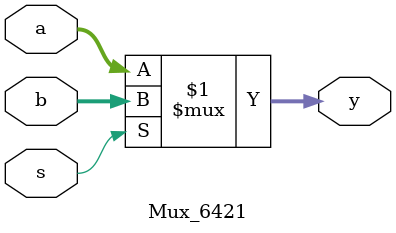
<source format=v>
`timescale 1ns / 1ps
module SSeg_7withGraph(clk, 
				  SW0,
              flash, 
              Hexs, 
              LES, 
              point, 
              rst, 
              Start, 
              seg_clk, 
              seg_clrn, 
              SEG_PEN, 
              seg_sout);

    input clk;
	 input SW0;
    input flash;
    input [31:0] Hexs;
    input [7:0] LES;
    input [7:0] point;
    input rst;
    input Start;
   output seg_clk;
   output seg_clrn;
   output SEG_PEN;
   output seg_sout;
   
   wire [63:0] a;
	wire [63:0] b;
	wire [63:0] data_in;
	
   Segmap S (
	.Disp_num({Hexs[31:0],Hexs[31:0]}),
	.Seg_map(b[63:0])
	);
	
	HexTo8  XLXI_2 (.flash(flash), 
                  .Hexs(Hexs[31:0]), 
                  .LES(LES[7:0]), 
                  .points(point[7:0]), 
                  .SEG_TXT(a[63:0]));
	Mux_6421 sel(
	.a(a[63:0]),
	.b(b[63:0]),
	.s(SW0),
	.y(data_in[63:0])
	);
	
   P2S  XLXI_1 (.clk(clk), 
               .P_Data(data_in[63:0]), 
               .rst(rst), 
               .Serial(Start), 
               .EN(SEG_PEN), 
               .sout(seg_sout), 
               .s_clk(seg_clk), 
               .s_clrn(seg_clrn)); 
	
endmodule


module Mux_6421(  
    input wire [63:0]a,  
    input wire [63:0]b,  
    input wire s,  
    output wire [63:0]y  
    );  
assign y[63:0]=s?b[63:0]:a[63:0];

endmodule  
</source>
